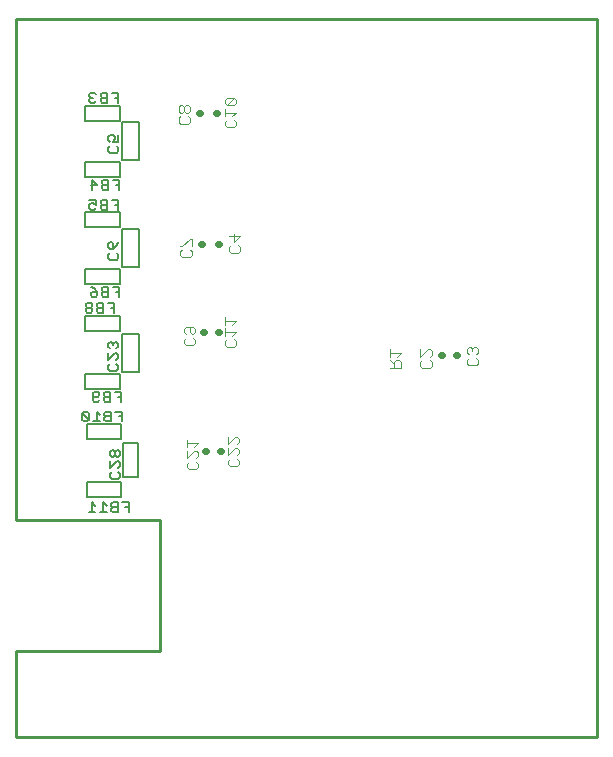
<source format=gbo>
G75*
%MOIN*%
%OFA0B0*%
%FSLAX24Y24*%
%IPPOS*%
%LPD*%
%AMOC8*
5,1,8,0,0,1.08239X$1,22.5*
%
%ADD10C,0.0100*%
%ADD11C,0.0220*%
%ADD12C,0.0030*%
%ADD13C,0.0080*%
%ADD14C,0.0070*%
D10*
X001993Y000973D02*
X001993Y003848D01*
X006805Y003848D01*
X006805Y008223D01*
X001993Y008223D01*
X001993Y024910D01*
X021368Y024910D01*
X021368Y000973D01*
X001993Y000973D01*
D11*
X008293Y010535D02*
X008317Y010535D01*
X008793Y010535D02*
X008817Y010535D01*
X008755Y014473D02*
X008730Y014473D01*
X008255Y014473D02*
X008230Y014473D01*
X008192Y017410D02*
X008168Y017410D01*
X008730Y017410D02*
X008755Y017410D01*
X008692Y021785D02*
X008668Y021785D01*
X008130Y021785D02*
X008105Y021785D01*
X016168Y013723D02*
X016192Y013723D01*
X016668Y013723D02*
X016692Y013723D01*
D12*
X017020Y013805D02*
X017082Y013743D01*
X017020Y013805D02*
X017020Y013928D01*
X017082Y013990D01*
X017143Y013990D01*
X017205Y013928D01*
X017205Y013867D01*
X017205Y013928D02*
X017267Y013990D01*
X017329Y013990D01*
X017390Y013928D01*
X017390Y013805D01*
X017329Y013743D01*
X017329Y013622D02*
X017390Y013560D01*
X017390Y013437D01*
X017329Y013375D01*
X017082Y013375D01*
X017020Y013437D01*
X017020Y013560D01*
X017082Y013622D01*
X015840Y013731D02*
X015779Y013669D01*
X015840Y013731D02*
X015840Y013854D01*
X015779Y013916D01*
X015717Y013916D01*
X015470Y013669D01*
X015470Y013916D01*
X015532Y013548D02*
X015470Y013486D01*
X015470Y013363D01*
X015532Y013301D01*
X015779Y013301D01*
X015840Y013363D01*
X015840Y013486D01*
X015779Y013548D01*
X014828Y013486D02*
X014766Y013548D01*
X014643Y013548D01*
X014581Y013486D01*
X014581Y013301D01*
X014581Y013424D02*
X014458Y013548D01*
X014458Y013669D02*
X014458Y013916D01*
X014458Y013793D02*
X014828Y013793D01*
X014704Y013669D01*
X014828Y013486D02*
X014828Y013301D01*
X014458Y013301D01*
X009453Y017187D02*
X009391Y017125D01*
X009144Y017125D01*
X009083Y017187D01*
X009083Y017310D01*
X009144Y017372D01*
X009268Y017493D02*
X009268Y017740D01*
X009453Y017678D02*
X009268Y017493D01*
X009391Y017372D02*
X009453Y017310D01*
X009453Y017187D01*
X009453Y017678D02*
X009083Y017678D01*
X007840Y017604D02*
X007840Y017357D01*
X007779Y017235D02*
X007840Y017174D01*
X007840Y017050D01*
X007779Y016988D01*
X007532Y016988D01*
X007470Y017050D01*
X007470Y017174D01*
X007532Y017235D01*
X007532Y017357D02*
X007470Y017357D01*
X007532Y017357D02*
X007779Y017604D01*
X007840Y017604D01*
X008958Y014984D02*
X008958Y014737D01*
X008958Y014615D02*
X008958Y014368D01*
X008958Y014492D02*
X009328Y014492D01*
X009204Y014368D01*
X009266Y014247D02*
X009328Y014185D01*
X009328Y014062D01*
X009266Y014000D01*
X009019Y014000D01*
X008958Y014062D01*
X008958Y014185D01*
X009019Y014247D01*
X009204Y014737D02*
X009328Y014860D01*
X008958Y014860D01*
X007965Y014604D02*
X007965Y014481D01*
X007904Y014419D01*
X007842Y014419D01*
X007780Y014481D01*
X007780Y014666D01*
X007657Y014666D02*
X007904Y014666D01*
X007965Y014604D01*
X007904Y014298D02*
X007965Y014236D01*
X007965Y014113D01*
X007904Y014051D01*
X007657Y014051D01*
X007595Y014113D01*
X007595Y014236D01*
X007657Y014298D01*
X007657Y014419D02*
X007595Y014481D01*
X007595Y014604D01*
X007657Y014666D01*
X007683Y010904D02*
X007683Y010657D01*
X007683Y010535D02*
X007683Y010288D01*
X007929Y010535D01*
X007991Y010535D01*
X008053Y010474D01*
X008053Y010350D01*
X007991Y010288D01*
X007991Y010167D02*
X008053Y010105D01*
X008053Y009982D01*
X007991Y009920D01*
X007744Y009920D01*
X007683Y009982D01*
X007683Y010105D01*
X007744Y010167D01*
X007929Y010657D02*
X008053Y010780D01*
X007683Y010780D01*
X009058Y010749D02*
X009304Y010996D01*
X009366Y010996D01*
X009428Y010934D01*
X009428Y010811D01*
X009366Y010749D01*
X009366Y010628D02*
X009428Y010566D01*
X009428Y010443D01*
X009366Y010381D01*
X009366Y010259D02*
X009428Y010198D01*
X009428Y010074D01*
X009366Y010013D01*
X009119Y010013D01*
X009058Y010074D01*
X009058Y010198D01*
X009119Y010259D01*
X009058Y010381D02*
X009304Y010628D01*
X009366Y010628D01*
X009058Y010628D02*
X009058Y010381D01*
X009058Y010749D02*
X009058Y010996D01*
X009019Y021313D02*
X008958Y021374D01*
X008958Y021498D01*
X009019Y021559D01*
X008958Y021681D02*
X008958Y021928D01*
X008958Y021804D02*
X009328Y021804D01*
X009204Y021681D01*
X009266Y021559D02*
X009328Y021498D01*
X009328Y021374D01*
X009266Y021313D01*
X009019Y021313D01*
X009019Y022049D02*
X009266Y022296D01*
X009019Y022296D01*
X008958Y022234D01*
X008958Y022111D01*
X009019Y022049D01*
X009266Y022049D01*
X009328Y022111D01*
X009328Y022234D01*
X009266Y022296D01*
X007778Y021979D02*
X007716Y022041D01*
X007654Y022041D01*
X007593Y021979D01*
X007593Y021856D01*
X007654Y021794D01*
X007716Y021794D01*
X007778Y021856D01*
X007778Y021979D01*
X007593Y021979D02*
X007531Y022041D01*
X007469Y022041D01*
X007408Y021979D01*
X007408Y021856D01*
X007469Y021794D01*
X007531Y021794D01*
X007593Y021856D01*
X007716Y021673D02*
X007778Y021611D01*
X007778Y021488D01*
X007716Y021426D01*
X007469Y021426D01*
X007408Y021488D01*
X007408Y021611D01*
X007469Y021673D01*
D13*
X006081Y021477D02*
X006081Y020218D01*
X005529Y020218D01*
X005529Y021477D01*
X006081Y021477D01*
X005443Y021535D02*
X005443Y022035D01*
X004293Y022035D01*
X004293Y021535D01*
X005443Y021535D01*
X005443Y020160D02*
X004293Y020160D01*
X004293Y019660D01*
X005443Y019660D01*
X005443Y020160D01*
X005443Y018473D02*
X004293Y018473D01*
X004293Y017973D01*
X005443Y017973D01*
X005443Y018473D01*
X005529Y017915D02*
X006081Y017915D01*
X006081Y016655D01*
X005529Y016655D01*
X005529Y017915D01*
X005443Y016598D02*
X004293Y016598D01*
X004293Y016098D01*
X005443Y016098D01*
X005443Y016598D01*
X005443Y015035D02*
X004293Y015035D01*
X004293Y014535D01*
X005443Y014535D01*
X005443Y015035D01*
X005529Y014415D02*
X006081Y014415D01*
X006081Y013155D01*
X005529Y013155D01*
X005529Y014415D01*
X005443Y013098D02*
X004293Y013098D01*
X004293Y012598D01*
X005443Y012598D01*
X005443Y013098D01*
X005505Y011410D02*
X004355Y011410D01*
X004355Y010910D01*
X005505Y010910D01*
X005505Y011410D01*
X005555Y010798D02*
X006055Y010798D01*
X006055Y009648D01*
X005555Y009648D01*
X005555Y010798D01*
X005505Y009473D02*
X004355Y009473D01*
X004355Y008973D01*
X005505Y008973D01*
X005505Y009473D01*
D14*
X005403Y009590D02*
X005458Y009645D01*
X005458Y009755D01*
X005403Y009810D01*
X005403Y009958D02*
X005458Y010013D01*
X005458Y010124D01*
X005403Y010179D01*
X005348Y010179D01*
X005128Y009958D01*
X005128Y010179D01*
X005183Y010327D02*
X005238Y010327D01*
X005293Y010382D01*
X005293Y010492D01*
X005238Y010547D01*
X005183Y010547D01*
X005128Y010492D01*
X005128Y010382D01*
X005183Y010327D01*
X005293Y010382D02*
X005348Y010327D01*
X005403Y010327D01*
X005458Y010382D01*
X005458Y010492D01*
X005403Y010547D01*
X005348Y010547D01*
X005293Y010492D01*
X005183Y009810D02*
X005128Y009755D01*
X005128Y009645D01*
X005183Y009590D01*
X005403Y009590D01*
X005375Y008813D02*
X005210Y008813D01*
X005155Y008758D01*
X005155Y008703D01*
X005210Y008648D01*
X005375Y008648D01*
X005375Y008483D02*
X005375Y008813D01*
X005523Y008813D02*
X005743Y008813D01*
X005743Y008483D01*
X005743Y008648D02*
X005633Y008648D01*
X005375Y008483D02*
X005210Y008483D01*
X005155Y008538D01*
X005155Y008593D01*
X005210Y008648D01*
X005007Y008703D02*
X004897Y008813D01*
X004897Y008483D01*
X005007Y008483D02*
X004786Y008483D01*
X004638Y008483D02*
X004418Y008483D01*
X004528Y008483D02*
X004528Y008813D01*
X004638Y008703D01*
X004673Y011508D02*
X004673Y011838D01*
X004783Y011728D01*
X004931Y011728D02*
X004987Y011673D01*
X005152Y011673D01*
X005152Y011508D02*
X005152Y011838D01*
X004987Y011838D01*
X004931Y011783D01*
X004931Y011728D01*
X004987Y011673D02*
X004931Y011618D01*
X004931Y011563D01*
X004987Y011508D01*
X005152Y011508D01*
X005410Y011673D02*
X005520Y011673D01*
X005520Y011508D02*
X005520Y011838D01*
X005300Y011838D01*
X005132Y012170D02*
X004966Y012170D01*
X004911Y012225D01*
X004911Y012280D01*
X004966Y012335D01*
X005132Y012335D01*
X005132Y012170D02*
X005132Y012500D01*
X004966Y012500D01*
X004911Y012445D01*
X004911Y012390D01*
X004966Y012335D01*
X004763Y012390D02*
X004708Y012335D01*
X004543Y012335D01*
X004543Y012225D02*
X004543Y012445D01*
X004598Y012500D01*
X004708Y012500D01*
X004763Y012445D01*
X004763Y012390D01*
X004763Y012225D02*
X004708Y012170D01*
X004598Y012170D01*
X004543Y012225D01*
X004360Y011838D02*
X004250Y011838D01*
X004195Y011783D01*
X004415Y011563D01*
X004360Y011508D01*
X004250Y011508D01*
X004195Y011563D01*
X004195Y011783D01*
X004360Y011838D02*
X004415Y011783D01*
X004415Y011563D01*
X004563Y011508D02*
X004783Y011508D01*
X005500Y012170D02*
X005500Y012500D01*
X005280Y012500D01*
X005390Y012335D02*
X005500Y012335D01*
X005328Y013203D02*
X005108Y013203D01*
X005053Y013258D01*
X005053Y013368D01*
X005108Y013423D01*
X005053Y013571D02*
X005273Y013791D01*
X005328Y013791D01*
X005383Y013736D01*
X005383Y013626D01*
X005328Y013571D01*
X005328Y013423D02*
X005383Y013368D01*
X005383Y013258D01*
X005328Y013203D01*
X005053Y013571D02*
X005053Y013791D01*
X005108Y013939D02*
X005053Y013994D01*
X005053Y014104D01*
X005108Y014159D01*
X005163Y014159D01*
X005218Y014104D01*
X005218Y014049D01*
X005218Y014104D02*
X005273Y014159D01*
X005328Y014159D01*
X005383Y014104D01*
X005383Y013994D01*
X005328Y013939D01*
X005270Y015133D02*
X005270Y015463D01*
X005050Y015463D01*
X004902Y015463D02*
X004902Y015133D01*
X004737Y015133D01*
X004681Y015188D01*
X004681Y015243D01*
X004737Y015298D01*
X004902Y015298D01*
X004902Y015463D02*
X004737Y015463D01*
X004681Y015408D01*
X004681Y015353D01*
X004737Y015298D01*
X004533Y015353D02*
X004533Y015408D01*
X004478Y015463D01*
X004368Y015463D01*
X004313Y015408D01*
X004313Y015353D01*
X004368Y015298D01*
X004478Y015298D01*
X004533Y015353D01*
X004478Y015298D02*
X004533Y015243D01*
X004533Y015188D01*
X004478Y015133D01*
X004368Y015133D01*
X004313Y015188D01*
X004313Y015243D01*
X004368Y015298D01*
X004536Y015670D02*
X004481Y015725D01*
X004481Y015780D01*
X004536Y015835D01*
X004701Y015835D01*
X004701Y015725D01*
X004646Y015670D01*
X004536Y015670D01*
X004701Y015835D02*
X004591Y015945D01*
X004481Y016000D01*
X004849Y015945D02*
X004849Y015890D01*
X004904Y015835D01*
X005069Y015835D01*
X005069Y015670D02*
X005069Y016000D01*
X004904Y016000D01*
X004849Y015945D01*
X004904Y015835D02*
X004849Y015780D01*
X004849Y015725D01*
X004904Y015670D01*
X005069Y015670D01*
X005327Y015835D02*
X005437Y015835D01*
X005437Y015670D02*
X005437Y016000D01*
X005217Y016000D01*
X005270Y015298D02*
X005160Y015298D01*
X005120Y016896D02*
X005065Y016951D01*
X005065Y017061D01*
X005120Y017116D01*
X005120Y017264D02*
X005065Y017319D01*
X005065Y017429D01*
X005120Y017484D01*
X005175Y017484D01*
X005230Y017429D01*
X005230Y017264D01*
X005120Y017264D01*
X005230Y017264D02*
X005340Y017374D01*
X005395Y017484D01*
X005340Y017116D02*
X005395Y017061D01*
X005395Y016951D01*
X005340Y016896D01*
X005120Y016896D01*
X005027Y018570D02*
X004862Y018570D01*
X004806Y018625D01*
X004806Y018680D01*
X004862Y018735D01*
X005027Y018735D01*
X005027Y018570D02*
X005027Y018900D01*
X004862Y018900D01*
X004806Y018845D01*
X004806Y018790D01*
X004862Y018735D01*
X004658Y018735D02*
X004548Y018790D01*
X004493Y018790D01*
X004438Y018735D01*
X004438Y018625D01*
X004493Y018570D01*
X004603Y018570D01*
X004658Y018625D01*
X004658Y018735D02*
X004658Y018900D01*
X004438Y018900D01*
X004536Y019233D02*
X004536Y019563D01*
X004701Y019398D01*
X004481Y019398D01*
X004849Y019453D02*
X004849Y019508D01*
X004904Y019563D01*
X005069Y019563D01*
X005069Y019233D01*
X004904Y019233D01*
X004849Y019288D01*
X004849Y019343D01*
X004904Y019398D01*
X005069Y019398D01*
X004904Y019398D02*
X004849Y019453D01*
X005217Y019563D02*
X005437Y019563D01*
X005437Y019233D01*
X005437Y019398D02*
X005327Y019398D01*
X005395Y018900D02*
X005175Y018900D01*
X005285Y018735D02*
X005395Y018735D01*
X005395Y018570D02*
X005395Y018900D01*
X005340Y020458D02*
X005120Y020458D01*
X005065Y020513D01*
X005065Y020624D01*
X005120Y020679D01*
X005120Y020827D02*
X005065Y020882D01*
X005065Y020992D01*
X005120Y021047D01*
X005230Y021047D01*
X005285Y020992D01*
X005285Y020937D01*
X005230Y020827D01*
X005395Y020827D01*
X005395Y021047D01*
X005340Y020679D02*
X005395Y020624D01*
X005395Y020513D01*
X005340Y020458D01*
X005395Y022133D02*
X005395Y022463D01*
X005175Y022463D01*
X005027Y022463D02*
X004862Y022463D01*
X004806Y022408D01*
X004806Y022353D01*
X004862Y022298D01*
X005027Y022298D01*
X005027Y022133D02*
X005027Y022463D01*
X004862Y022298D02*
X004806Y022243D01*
X004806Y022188D01*
X004862Y022133D01*
X005027Y022133D01*
X005285Y022298D02*
X005395Y022298D01*
X004658Y022408D02*
X004603Y022463D01*
X004493Y022463D01*
X004438Y022408D01*
X004438Y022353D01*
X004493Y022298D01*
X004438Y022243D01*
X004438Y022188D01*
X004493Y022133D01*
X004603Y022133D01*
X004658Y022188D01*
X004548Y022298D02*
X004493Y022298D01*
M02*

</source>
